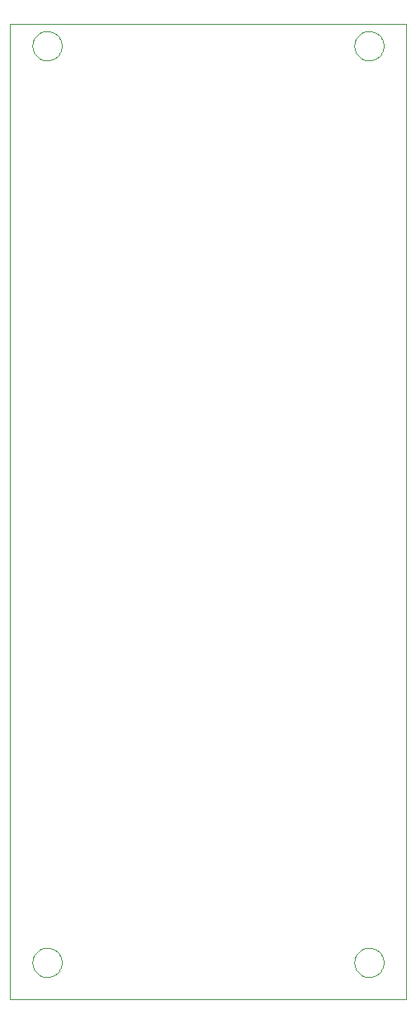
<source format=gbp>
G75*
G70*
%OFA0B0*%
%FSLAX24Y24*%
%IPPOS*%
%LPD*%
%AMOC8*
5,1,8,0,0,1.08239X$1,22.5*
%
%ADD10C,0.0000*%
D10*
X000156Y000655D02*
X000156Y040025D01*
X016156Y040025D01*
X016156Y000655D01*
X000156Y000655D01*
X001065Y002155D02*
X001067Y002203D01*
X001073Y002251D01*
X001083Y002298D01*
X001096Y002344D01*
X001114Y002389D01*
X001134Y002433D01*
X001159Y002475D01*
X001187Y002514D01*
X001217Y002551D01*
X001251Y002585D01*
X001288Y002617D01*
X001326Y002646D01*
X001367Y002671D01*
X001410Y002693D01*
X001455Y002711D01*
X001501Y002725D01*
X001548Y002736D01*
X001596Y002743D01*
X001644Y002746D01*
X001692Y002745D01*
X001740Y002740D01*
X001788Y002731D01*
X001834Y002719D01*
X001879Y002702D01*
X001923Y002682D01*
X001965Y002659D01*
X002005Y002632D01*
X002043Y002602D01*
X002078Y002569D01*
X002110Y002533D01*
X002140Y002495D01*
X002166Y002454D01*
X002188Y002411D01*
X002208Y002367D01*
X002223Y002322D01*
X002235Y002275D01*
X002243Y002227D01*
X002247Y002179D01*
X002247Y002131D01*
X002243Y002083D01*
X002235Y002035D01*
X002223Y001988D01*
X002208Y001943D01*
X002188Y001899D01*
X002166Y001856D01*
X002140Y001815D01*
X002110Y001777D01*
X002078Y001741D01*
X002043Y001708D01*
X002005Y001678D01*
X001965Y001651D01*
X001923Y001628D01*
X001879Y001608D01*
X001834Y001591D01*
X001788Y001579D01*
X001740Y001570D01*
X001692Y001565D01*
X001644Y001564D01*
X001596Y001567D01*
X001548Y001574D01*
X001501Y001585D01*
X001455Y001599D01*
X001410Y001617D01*
X001367Y001639D01*
X001326Y001664D01*
X001288Y001693D01*
X001251Y001725D01*
X001217Y001759D01*
X001187Y001796D01*
X001159Y001835D01*
X001134Y001877D01*
X001114Y001921D01*
X001096Y001966D01*
X001083Y002012D01*
X001073Y002059D01*
X001067Y002107D01*
X001065Y002155D01*
X014065Y002155D02*
X014067Y002203D01*
X014073Y002251D01*
X014083Y002298D01*
X014096Y002344D01*
X014114Y002389D01*
X014134Y002433D01*
X014159Y002475D01*
X014187Y002514D01*
X014217Y002551D01*
X014251Y002585D01*
X014288Y002617D01*
X014326Y002646D01*
X014367Y002671D01*
X014410Y002693D01*
X014455Y002711D01*
X014501Y002725D01*
X014548Y002736D01*
X014596Y002743D01*
X014644Y002746D01*
X014692Y002745D01*
X014740Y002740D01*
X014788Y002731D01*
X014834Y002719D01*
X014879Y002702D01*
X014923Y002682D01*
X014965Y002659D01*
X015005Y002632D01*
X015043Y002602D01*
X015078Y002569D01*
X015110Y002533D01*
X015140Y002495D01*
X015166Y002454D01*
X015188Y002411D01*
X015208Y002367D01*
X015223Y002322D01*
X015235Y002275D01*
X015243Y002227D01*
X015247Y002179D01*
X015247Y002131D01*
X015243Y002083D01*
X015235Y002035D01*
X015223Y001988D01*
X015208Y001943D01*
X015188Y001899D01*
X015166Y001856D01*
X015140Y001815D01*
X015110Y001777D01*
X015078Y001741D01*
X015043Y001708D01*
X015005Y001678D01*
X014965Y001651D01*
X014923Y001628D01*
X014879Y001608D01*
X014834Y001591D01*
X014788Y001579D01*
X014740Y001570D01*
X014692Y001565D01*
X014644Y001564D01*
X014596Y001567D01*
X014548Y001574D01*
X014501Y001585D01*
X014455Y001599D01*
X014410Y001617D01*
X014367Y001639D01*
X014326Y001664D01*
X014288Y001693D01*
X014251Y001725D01*
X014217Y001759D01*
X014187Y001796D01*
X014159Y001835D01*
X014134Y001877D01*
X014114Y001921D01*
X014096Y001966D01*
X014083Y002012D01*
X014073Y002059D01*
X014067Y002107D01*
X014065Y002155D01*
X014065Y039155D02*
X014067Y039203D01*
X014073Y039251D01*
X014083Y039298D01*
X014096Y039344D01*
X014114Y039389D01*
X014134Y039433D01*
X014159Y039475D01*
X014187Y039514D01*
X014217Y039551D01*
X014251Y039585D01*
X014288Y039617D01*
X014326Y039646D01*
X014367Y039671D01*
X014410Y039693D01*
X014455Y039711D01*
X014501Y039725D01*
X014548Y039736D01*
X014596Y039743D01*
X014644Y039746D01*
X014692Y039745D01*
X014740Y039740D01*
X014788Y039731D01*
X014834Y039719D01*
X014879Y039702D01*
X014923Y039682D01*
X014965Y039659D01*
X015005Y039632D01*
X015043Y039602D01*
X015078Y039569D01*
X015110Y039533D01*
X015140Y039495D01*
X015166Y039454D01*
X015188Y039411D01*
X015208Y039367D01*
X015223Y039322D01*
X015235Y039275D01*
X015243Y039227D01*
X015247Y039179D01*
X015247Y039131D01*
X015243Y039083D01*
X015235Y039035D01*
X015223Y038988D01*
X015208Y038943D01*
X015188Y038899D01*
X015166Y038856D01*
X015140Y038815D01*
X015110Y038777D01*
X015078Y038741D01*
X015043Y038708D01*
X015005Y038678D01*
X014965Y038651D01*
X014923Y038628D01*
X014879Y038608D01*
X014834Y038591D01*
X014788Y038579D01*
X014740Y038570D01*
X014692Y038565D01*
X014644Y038564D01*
X014596Y038567D01*
X014548Y038574D01*
X014501Y038585D01*
X014455Y038599D01*
X014410Y038617D01*
X014367Y038639D01*
X014326Y038664D01*
X014288Y038693D01*
X014251Y038725D01*
X014217Y038759D01*
X014187Y038796D01*
X014159Y038835D01*
X014134Y038877D01*
X014114Y038921D01*
X014096Y038966D01*
X014083Y039012D01*
X014073Y039059D01*
X014067Y039107D01*
X014065Y039155D01*
X001065Y039155D02*
X001067Y039203D01*
X001073Y039251D01*
X001083Y039298D01*
X001096Y039344D01*
X001114Y039389D01*
X001134Y039433D01*
X001159Y039475D01*
X001187Y039514D01*
X001217Y039551D01*
X001251Y039585D01*
X001288Y039617D01*
X001326Y039646D01*
X001367Y039671D01*
X001410Y039693D01*
X001455Y039711D01*
X001501Y039725D01*
X001548Y039736D01*
X001596Y039743D01*
X001644Y039746D01*
X001692Y039745D01*
X001740Y039740D01*
X001788Y039731D01*
X001834Y039719D01*
X001879Y039702D01*
X001923Y039682D01*
X001965Y039659D01*
X002005Y039632D01*
X002043Y039602D01*
X002078Y039569D01*
X002110Y039533D01*
X002140Y039495D01*
X002166Y039454D01*
X002188Y039411D01*
X002208Y039367D01*
X002223Y039322D01*
X002235Y039275D01*
X002243Y039227D01*
X002247Y039179D01*
X002247Y039131D01*
X002243Y039083D01*
X002235Y039035D01*
X002223Y038988D01*
X002208Y038943D01*
X002188Y038899D01*
X002166Y038856D01*
X002140Y038815D01*
X002110Y038777D01*
X002078Y038741D01*
X002043Y038708D01*
X002005Y038678D01*
X001965Y038651D01*
X001923Y038628D01*
X001879Y038608D01*
X001834Y038591D01*
X001788Y038579D01*
X001740Y038570D01*
X001692Y038565D01*
X001644Y038564D01*
X001596Y038567D01*
X001548Y038574D01*
X001501Y038585D01*
X001455Y038599D01*
X001410Y038617D01*
X001367Y038639D01*
X001326Y038664D01*
X001288Y038693D01*
X001251Y038725D01*
X001217Y038759D01*
X001187Y038796D01*
X001159Y038835D01*
X001134Y038877D01*
X001114Y038921D01*
X001096Y038966D01*
X001083Y039012D01*
X001073Y039059D01*
X001067Y039107D01*
X001065Y039155D01*
M02*

</source>
